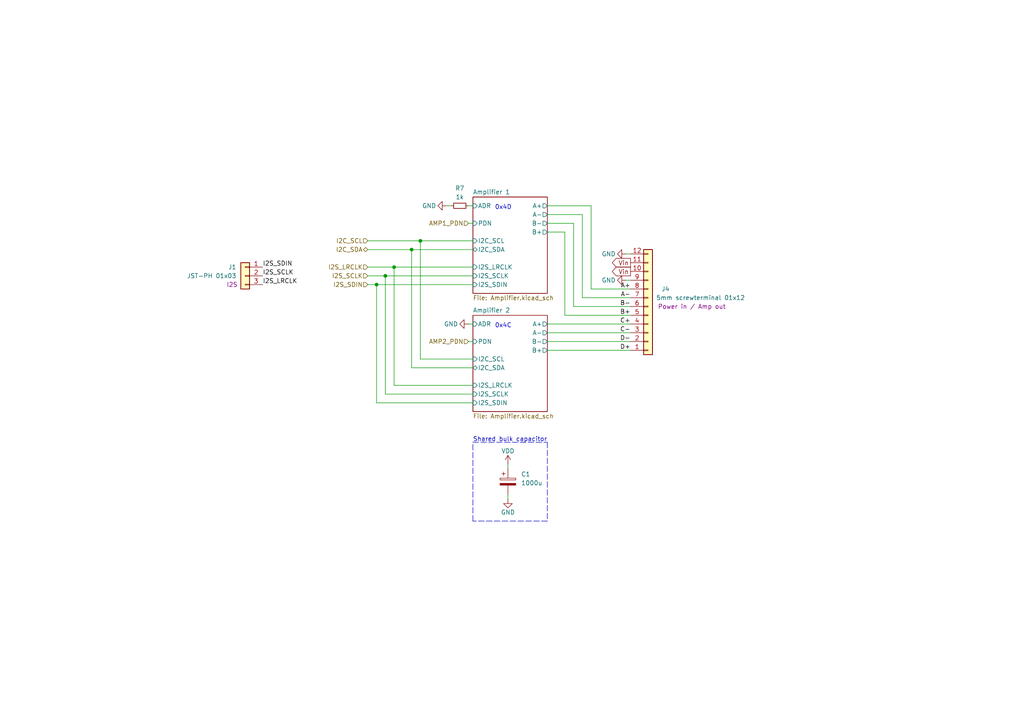
<source format=kicad_sch>
(kicad_sch (version 20211123) (generator eeschema)
  (paper "A4")
  (title_block (title "4x38W amp with DSP and BT") (date "2022-04-29") (rev "1.1.2") (company "ZOUDIO"))
  (lib_symbols
    (symbol "Connector_Generic:Conn_01x03" (pin_names (offset 1.016) hide)
      (property "Reference" "J" (at 0 5.08 0))
      (property "Value" "Conn_01x03" (at 0 -5.08 0))
      (symbol "Conn_01x03_1_1"
        (rectangle (start -1.27 -2.413) (end 0 -2.667) (stroke (width 0.1524)))
        (rectangle (start -1.27 0.127) (end 0 -0.127) (stroke (width 0.1524)))
        (rectangle (start -1.27 2.667) (end 0 2.413) (stroke (width 0.1524)))
        (rectangle (start -1.27 3.81) (end 1.27 -3.81) (stroke (width 0.254)) (fill (type background)))
        (pin passive line (at -5.08 2.54 0) (length 3.81) (name "Pin_1") (number "1"))
        (pin passive line (at -5.08 0 0) (length 3.81) (name "Pin_2") (number "2"))
        (pin passive line (at -5.08 -2.54 0) (length 3.81) (name "Pin_3") (number "3"))
      )
    )
    (symbol "Connector_Generic:Conn_01x12" (pin_names (offset 1.016) hide)
      (property "Reference" "J" (at 0 15.24 0))
      (property "Value" "Conn_01x12" (at 0 -17.78 0))
      (symbol "Conn_01x12_1_1"
        (rectangle (start -1.27 -15.113) (end 0 -15.367) (stroke (width 0.1524)))
        (rectangle (start -1.27 -12.573) (end 0 -12.827) (stroke (width 0.1524)))
        (rectangle (start -1.27 -10.033) (end 0 -10.287) (stroke (width 0.1524)))
        (rectangle (start -1.27 -7.493) (end 0 -7.747) (stroke (width 0.1524)))
        (rectangle (start -1.27 -4.953) (end 0 -5.207) (stroke (width 0.1524)))
        (rectangle (start -1.27 -2.413) (end 0 -2.667) (stroke (width 0.1524)))
        (rectangle (start -1.27 0.127) (end 0 -0.127) (stroke (width 0.1524)))
        (rectangle (start -1.27 2.667) (end 0 2.413) (stroke (width 0.1524)))
        (rectangle (start -1.27 5.207) (end 0 4.953) (stroke (width 0.1524)))
        (rectangle (start -1.27 7.747) (end 0 7.493) (stroke (width 0.1524)))
        (rectangle (start -1.27 10.287) (end 0 10.033) (stroke (width 0.1524)))
        (rectangle (start -1.27 12.827) (end 0 12.573) (stroke (width 0.1524)))
        (rectangle (start -1.27 13.97) (end 1.27 -16.51) (stroke (width 0.254)) (fill (type background)))
        (pin passive line (at -5.08 12.7 0) (length 3.81) (name "Pin_1") (number "1"))
        (pin passive line (at -5.08 -10.16 0) (length 3.81) (name "Pin_10") (number "10"))
        (pin passive line (at -5.08 -12.7 0) (length 3.81) (name "Pin_11") (number "11"))
        (pin passive line (at -5.08 -15.24 0) (length 3.81) (name "Pin_12") (number "12"))
        (pin passive line (at -5.08 10.16 0) (length 3.81) (name "Pin_2") (number "2"))
        (pin passive line (at -5.08 7.62 0) (length 3.81) (name "Pin_3") (number "3"))
        (pin passive line (at -5.08 5.08 0) (length 3.81) (name "Pin_4") (number "4"))
        (pin passive line (at -5.08 2.54 0) (length 3.81) (name "Pin_5") (number "5"))
        (pin passive line (at -5.08 0 0) (length 3.81) (name "Pin_6") (number "6"))
        (pin passive line (at -5.08 -2.54 0) (length 3.81) (name "Pin_7") (number "7"))
        (pin passive line (at -5.08 -5.08 0) (length 3.81) (name "Pin_8") (number "8"))
        (pin passive line (at -5.08 -7.62 0) (length 3.81) (name "Pin_9") (number "9"))
      )
    )
    (symbol "Device:C_Polarized" (pin_numbers hide) (pin_names (offset 0.254))
      (property "Reference" "C" (at 0.635 2.54 0))
      (property "Value" "C_Polarized" (at 0.635 -2.54 0))
      (symbol "C_Polarized_0_1"
        (rectangle (start -2.286 0.508) (end 2.286 1.016))
        (polyline (pts (xy -1.778 2.286) (xy -0.762 2.286)))
        (polyline (pts (xy -1.27 2.794) (xy -1.27 1.778)))
        (rectangle (start 2.286 -0.508) (end -2.286 -1.016) (fill (type outline)))
      )
      (symbol "C_Polarized_1_1"
        (pin passive line (at 0 3.81 270) (length 2.794) (name "~") (number "1"))
        (pin passive line (at 0 -3.81 90) (length 2.794) (name "~") (number "2"))
      )
    )
    (symbol "Device:R_Small" (pin_numbers hide) (pin_names (offset 0.254) hide)
      (property "Reference" "R" (at 0.762 0.508 0))
      (property "Value" "R_Small" (at 0.762 -1.016 0))
      (symbol "R_Small_0_1"
        (rectangle (start -0.762 1.778) (end 0.762 -1.778) (stroke (width 0.2032)))
      )
      (symbol "R_Small_1_1"
        (pin passive line (at 0 2.54 270) (length 0.762) (name "~") (number "1"))
        (pin passive line (at 0 -2.54 90) (length 0.762) (name "~") (number "2"))
      )
    )
    (symbol "power:GND" (power) (pin_names (offset 0))
      (property "Value" "GND" (at 0 -3.81 0))
      (symbol "GND_0_1"
        (polyline (pts (xy 0 0) (xy 0 -1.27) (xy 1.27 -1.27) (xy 0 -2.54) (xy -1.27 -1.27) (xy 0 -1.27)))
      )
      (symbol "GND_1_1"
        (pin power_in line (at 0 0 270) (length 0) hide (name "GND") (number "1"))
      )
    )
    (symbol "power:VDD" (power) (pin_names (offset 0))
      (property "Value" "VDD" (at 0 3.81 0))
      (symbol "VDD_0_1"
        (polyline (pts (xy -0.762 1.27) (xy 0 2.54)))
        (polyline (pts (xy 0 0) (xy 0 2.54)))
        (polyline (pts (xy 0 2.54) (xy 0.762 1.27)))
      )
      (symbol "VDD_1_1"
        (pin power_in line (at 0 0 90) (length 0) hide (name "VDD") (number "1"))
      )
    )
  )
  (junction (at 119.38 72.39))
  (junction (at 114.3 77.47))
  (junction (at 111.76 80.01))
  (junction (at 109.22 82.55))
  (junction (at 121.92 69.85))
  (wire (pts (xy 137.16 59.69) (xy 135.89 59.69)))
  (wire (pts (xy 158.75 64.77) (xy 166.37 64.77)))
  (wire (pts (xy 171.45 59.69) (xy 171.45 83.82)))
  (wire (pts (xy 163.83 91.44) (xy 163.83 67.31)))
  (wire (pts (xy 182.88 91.44) (xy 163.83 91.44)))
  (wire (pts (xy 147.32 134.62) (xy 147.32 135.89)))
  (wire (pts (xy 111.76 114.3) (xy 137.16 114.3)))
  (wire (pts (xy 158.75 101.6) (xy 182.88 101.6)))
  (wire (pts (xy 121.92 69.85) (xy 106.68 69.85)))
  (polyline (pts (xy 137.16 128.27) (xy 158.75 128.27)))
  (wire (pts (xy 158.75 93.98) (xy 182.88 93.98)))
  (wire (pts (xy 114.3 111.76) (xy 137.16 111.76)))
  (wire (pts (xy 135.89 64.77) (xy 137.16 64.77)))
  (wire (pts (xy 181.61 81.28) (xy 182.88 81.28)))
  (wire (pts (xy 137.16 77.47) (xy 114.3 77.47)))
  (wire (pts (xy 137.16 72.39) (xy 119.38 72.39)))
  (polyline (pts (xy 158.75 151.13) (xy 137.16 151.13)))
  (wire (pts (xy 106.68 72.39) (xy 119.38 72.39)))
  (wire (pts (xy 121.92 69.85) (xy 137.16 69.85)))
  (wire (pts (xy 168.91 86.36) (xy 182.88 86.36)))
  (wire (pts (xy 129.54 59.69) (xy 130.81 59.69)))
  (wire (pts (xy 158.75 99.06) (xy 182.88 99.06)))
  (wire (pts (xy 111.76 80.01) (xy 106.68 80.01)))
  (wire (pts (xy 166.37 64.77) (xy 166.37 88.9)))
  (polyline (pts (xy 137.16 151.13) (xy 137.16 128.27)))
  (wire (pts (xy 119.38 72.39) (xy 119.38 106.68)))
  (wire (pts (xy 137.16 80.01) (xy 111.76 80.01)))
  (wire (pts (xy 111.76 80.01) (xy 111.76 114.3)))
  (wire (pts (xy 121.92 104.14) (xy 137.16 104.14)))
  (wire (pts (xy 158.75 96.52) (xy 182.88 96.52)))
  (wire (pts (xy 166.37 88.9) (xy 182.88 88.9)))
  (wire (pts (xy 181.61 73.66) (xy 182.88 73.66)))
  (wire (pts (xy 109.22 82.55) (xy 109.22 116.84)))
  (wire (pts (xy 135.89 93.98) (xy 137.16 93.98)))
  (wire (pts (xy 114.3 77.47) (xy 114.3 111.76)))
  (wire (pts (xy 171.45 83.82) (xy 182.88 83.82)))
  (wire (pts (xy 168.91 62.23) (xy 168.91 86.36)))
  (wire (pts (xy 158.75 62.23) (xy 168.91 62.23)))
  (wire (pts (xy 163.83 67.31) (xy 158.75 67.31)))
  (wire (pts (xy 137.16 106.68) (xy 119.38 106.68)))
  (wire (pts (xy 137.16 99.06) (xy 135.89 99.06)))
  (polyline (pts (xy 158.75 128.27) (xy 158.75 151.13)))
  (wire (pts (xy 109.22 116.84) (xy 137.16 116.84)))
  (wire (pts (xy 147.32 143.51) (xy 147.32 144.78)))
  (wire (pts (xy 106.68 77.47) (xy 114.3 77.47)))
  (wire (pts (xy 121.92 69.85) (xy 121.92 104.14)))
  (wire (pts (xy 158.75 59.69) (xy 171.45 59.69)))
  (wire (pts (xy 106.68 82.55) (xy 109.22 82.55)))
  (wire (pts (xy 137.16 82.55) (xy 109.22 82.55)))
  (text "0x4C" (at 143.51 95.25 0) (effects (font (size 1.27 1.27)) (justify left bottom)))
  (text "0x4D" (at 143.51 60.96 0) (effects (font (size 1.27 1.27)) (justify left bottom)))
  (text "Shared bulk capacitor" (at 137.16 128.27 0) (effects (font (size 1.27 1.27)) (justify left bottom)))
  (label "C+" (at 182.88 93.98 180))
  (label "I2S_SDIN" (at 76.2 77.47 0))
  (label "B-" (at 182.88 88.9 180))
  (label "A-" (at 182.88 86.36 180))
  (label "A+" (at 182.88 83.82 180))
  (label "C-" (at 182.88 96.52 180))
  (label "I2S_SCLK" (at 76.2 80.01 0))
  (label "I2S_LRCLK" (at 76.2 82.55 0))
  (label "D-" (at 182.88 99.06 180))
  (label "D+" (at 182.88 101.6 180))
  (label "B+" (at 182.88 91.44 180))
  (global_label "Vin" (shape output) (at 182.88 76.2 180) (property "Intersheet References" "${INTERSHEET_REFS}" (effects hide)))
  (global_label "Vin" (shape output) (at 182.88 78.74 180) (property "Intersheet References" "${INTERSHEET_REFS}" (effects hide)))
  (hierarchical_label "I2C_SCL" (shape input) (at 106.68 69.85 180))
  (hierarchical_label "I2S_LRCLK" (shape input) (at 106.68 77.47 180))
  (hierarchical_label "I2C_SDA" (shape bidirectional) (at 106.68 72.39 180))
  (hierarchical_label "AMP1_PDN" (shape input) (at 135.89 64.77 180))
  (hierarchical_label "I2S_SCLK" (shape input) (at 106.68 80.01 180))
  (hierarchical_label "I2S_SDIN" (shape input) (at 106.68 82.55 180))
  (hierarchical_label "AMP2_PDN" (shape input) (at 135.89 99.06 180))
  (symbol (lib_id "Connector_Generic:Conn_01x03") (at 71.12 80.01 0) (mirror y) (unit 1)
    (property "Reference" "J1" (at 68.58 77.47 0) (effects (justify left)))
    (property "Value" "JST-PH 01x03" (at 68.58 80.01 0) (effects (justify left)))
    (property "Footprint" "Connector_JST:JST_PH_B3B-PH-K_1x03_P2.00mm_Vertical" (effects hide))
    (property "Function" "I2S" (at 67.31 82.55 0))
    (property "Manufacturer" "JST" (effects hide))
    (property "Partnumber" "B3B-PH-K-S(LF)(SN)" (effects hide))
  )
  (symbol (lib_id "power:VDD") (at 147.32 134.62 0) (unit 1)
    (property "Reference" "#PWR0120" (effects hide))
    (property "Value" "VDD" (at 147.32 130.81 0))
  )
  (symbol (lib_id "power:GND") (at 147.32 144.78 0) (mirror y) (unit 1)
    (property "Reference" "#PWR04" (effects hide))
    (property "Value" "GND" (at 147.32 148.59 0))
  )
  (symbol (lib_id "Device:R_Small") (at 133.35 59.69 270) (unit 1)
    (property "Reference" "R7" (at 133.35 54.61 90))
    (property "Value" "1k" (at 133.35 57.15 90))
    (property "Footprint" "Resistor_SMD:R_0603_1608Metric" (effects hide))
    (property "Manufacturer" "Yageo" (effects hide))
    (property "Partnumber" "RC0603FR-071KL" (effects hide))
  )
  (symbol (lib_id "power:GND") (at 129.54 59.69 270) (unit 1)
    (property "Reference" "#PWR0102" (effects hide))
    (property "Value" "GND" (at 124.46 59.69 90))
  )
  (symbol (lib_id "power:GND") (at 135.89 93.98 270) (unit 1)
    (property "Reference" "#PWR0101" (effects hide))
    (property "Value" "GND" (at 130.81 93.98 90))
  )
  (symbol (lib_id "Connector_Generic:Conn_01x12") (at 187.96 88.9 0) (mirror x) (unit 1)
    (property "Reference" "J4" (at 193.04 83.82 0))
    (property "Value" "5mm screwterminal 01x12" (at 203.2 86.36 0))
    (property "Footprint" "zoudio_footprints:Multicomp_12P_5mm" (effects hide))
    (property "Function" "Power in / Amp out" (at 200.66 88.9 0))
    (property "Manufacturer" "Dibo" (effects hide))
    (property "Partnumber" "DB128V-5.0-12P" (effects hide))
  )
  (symbol (lib_id "power:GND") (at 181.61 81.28 270) (mirror x) (unit 1)
    (property "Reference" "#PWR0104" (effects hide))
    (property "Value" "GND" (at 176.53 81.28 90))
  )
  (symbol (lib_id "power:GND") (at 181.61 73.66 270) (mirror x) (unit 1)
    (property "Reference" "#PWR0103" (effects hide))
    (property "Value" "GND" (at 176.53 73.66 90))
  )
  (symbol (lib_id "Device:C_Polarized") (at 147.32 139.7 0) (unit 1)
    (property "Reference" "C1" (at 151.13 137.5409 0) (effects (justify left)))
    (property "Value" "1000u" (at 151.13 140.0809 0) (effects (justify left)))
    (property "Footprint" "zoudio_footprints:Cap_Rad_D10_P5_horizontal" (effects hide))
    (property "Manufacturer" "Nichicon" (effects hide))
    (property "Partnumber" "UHV1V102MHD" (effects hide))
  )
  (sheet (at 137.16 91.44) (size 21.59 27.94)
    (property "Sheet name" "Amplifier 2" (at 137.16 90.7284 0) (effects (justify left bottom)))
    (property "Sheet file" "Amplifier.kicad_sch" (at 137.16 119.9646 0) (effects (justify left top)))
    (pin "I2S_LRCLK" input (at 137.16 111.76 180))
    (pin "I2S_SCLK" input (at 137.16 114.3 180))
    (pin "I2S_SDIN" input (at 137.16 116.84 180))
    (pin "PDN" input (at 137.16 99.06 180))
    (pin "I2C_SCL" input (at 137.16 104.14 180))
    (pin "ADR" input (at 137.16 93.98 180))
    (pin "A+" output (at 158.75 93.98 0))
    (pin "A-" output (at 158.75 96.52 0))
    (pin "B-" output (at 158.75 99.06 0))
    (pin "B+" output (at 158.75 101.6 0))
    (pin "I2C_SDA" bidirectional (at 137.16 106.68 180))
  )
  (sheet (at 137.16 57.15) (size 21.59 27.94)
    (property "Sheet name" "Amplifier 1" (at 137.16 56.4384 0) (effects (justify left bottom)))
    (property "Sheet file" "Amplifier.kicad_sch" (at 137.16 85.6746 0) (effects (justify left top)))
    (pin "I2S_LRCLK" input (at 137.16 77.47 180))
    (pin "I2S_SCLK" input (at 137.16 80.01 180))
    (pin "I2S_SDIN" input (at 137.16 82.55 180))
    (pin "PDN" input (at 137.16 64.77 180))
    (pin "ADR" input (at 137.16 59.69 180))
    (pin "A+" output (at 158.75 59.69 0))
    (pin "A-" output (at 158.75 62.23 0))
    (pin "B-" output (at 158.75 64.77 0))
    (pin "B+" output (at 158.75 67.31 0))
    (pin "I2C_SCL" input (at 137.16 69.85 180))
    (pin "I2C_SDA" bidirectional (at 137.16 72.39 180))
  )
)
</source>
